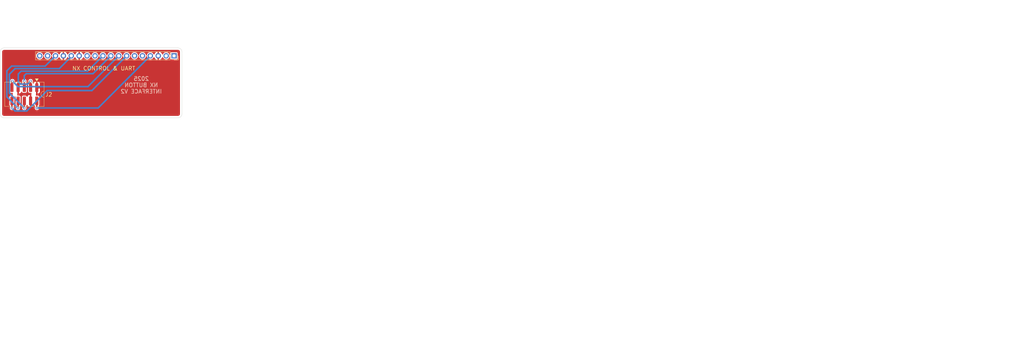
<source format=kicad_pcb>
(kicad_pcb (version 20241229) (generator "pcbnew") (generator_version "9.0")
  (title_block (title "NX BUTTON INTERFACE V2") (date "2025-09-20") (rev "1"))
  (layers (0 "F.Cu" signal) (2 "B.Cu" signal) (13 "F.Paste" user) (15 "B.Paste" user) (5 "F.SilkS" user "F.Silkscreen") (7 "B.SilkS" user "B.Silkscreen") (1 "F.Mask" user) (3 "B.Mask" user) (25 "Edge.Cuts" user))
  (net 0 "")
  (net 1 "/CAN_TX")
  (net 2 "/CAN_RX")
  (net 3 "/GND")
  (net 4 "/3V3")
  (net 7 "/NX_PC_LED-")
  (net 8 "/NX_PC_LED+")
  (net 9 "/UART2_RXD")
  (net 10 "/UART2_TXD")
  (net 13 "/~{SYS_RESET}")
  (net 14 "/~{REC}")
  (footprint "Connector_PinSocket_2.54mm:PinSocket_1x18_P2.54mm_Vertical" (layer "F.Cu") (at 129.921 92.964 -90)
    (property "Reference" "J1" (hide yes))
    (property "Value" "NX CONTROL & UART" (at 4.0386 22.5806 180) (layer "F.SilkS") (effects (font (size 1.27 1.27) (thickness 0.1524))))
    (fp_line (start -1.33 44.51) (end 1.33 44.51) (stroke (width 0.12)) (layer "F.SilkS"))
    (fp_line (start -1.33 1.27) (end -1.33 44.51) (stroke (width 0.12)) (layer "F.SilkS"))
    (fp_line (start -1.33 1.27) (end 1.33 1.27) (stroke (width 0.12)) (layer "F.SilkS"))
    (fp_line (start 1.33 1.27) (end 1.33 44.51) (stroke (width 0.12)) (layer "F.SilkS"))
    (fp_line (start 0 -1.33) (end 1.33 -1.33) (stroke (width 0.12)) (layer "F.SilkS"))
    (fp_line (start 1.33 -1.33) (end 1.33 0) (stroke (width 0.12)) (layer "F.SilkS"))
    (pad "1" thru_hole rect (at 0 0 270) (size 1.7 1.7) (drill 1) (layers "*.Cu" "*.Mask") (net 1 "/CAN_TX"))
    (pad "2" thru_hole oval (at 0 2.54 270) (size 1.7 1.7) (drill 1) (layers "*.Cu" "*.Mask") (net 2 "/CAN_RX"))
    (pad "3" thru_hole oval (at 0 5.08 270) (size 1.7 1.7) (drill 1) (layers "*.Cu" "*.Mask") (net 3 "/GND"))
    (pad "4" thru_hole oval (at 0 7.62 270) (size 1.7 1.7) (drill 1) (layers "*.Cu" "*.Mask") (net 4 "/3V3"))
    (pad "5" thru_hole oval (at 0 10.16 270) (size 1.7 1.7) (drill 1) (layers "*.Cu" "*.Mask"))
    (pad "6" thru_hole oval (at 0 12.7 270) (size 1.7 1.7) (drill 1) (layers "*.Cu" "*.Mask"))
    (pad "7" thru_hole oval (at 0 15.24 270) (size 1.7 1.7) (drill 1) (layers "*.Cu" "*.Mask") (net 7 "/NX_PC_LED-"))
    (pad "8" thru_hole oval (at 0 17.78 270) (size 1.7 1.7) (drill 1) (layers "*.Cu" "*.Mask") (net 8 "/NX_PC_LED+"))
    (pad "9" thru_hole oval (at 0 20.32 270) (size 1.7 1.7) (drill 1) (layers "*.Cu" "*.Mask") (net 9 "/UART2_RXD"))
    (pad "10" thru_hole oval (at 0 22.86 270) (size 1.7 1.7) (drill 1) (layers "*.Cu" "*.Mask") (net 10 "/UART2_TXD"))
    (pad "11" thru_hole oval (at 0 25.4 270) (size 1.7 1.7) (drill 1) (layers "*.Cu" "*.Mask"))
    (pad "12" thru_hole oval (at 0 27.94 270) (size 1.7 1.7) (drill 1) (layers "*.Cu" "*.Mask"))
    (pad "13" thru_hole oval (at 0 30.48 270) (size 1.7 1.7) (drill 1) (layers "*.Cu" "*.Mask") (net 3 "/GND"))
    (pad "14" thru_hole oval (at 0 33.02 270) (size 1.7 1.7) (drill 1) (layers "*.Cu" "*.Mask") (net 13 "/~{SYS_RESET}"))
    (pad "15" thru_hole oval (at 0 35.56 270) (size 1.7 1.7) (drill 1) (layers "*.Cu" "*.Mask") (net 3 "/GND"))
    (pad "16" thru_hole oval (at 0 38.1 270) (size 1.7 1.7) (drill 1) (layers "*.Cu" "*.Mask") (net 14 "/~{REC}"))
    (pad "17" thru_hole oval (at 0 40.64 270) (size 1.7 1.7) (drill 1) (layers "*.Cu" "*.Mask"))
    (pad "18" thru_hole oval (at 0 43.18 270) (size 1.7 1.7) (drill 1) (layers "*.Cu" "*.Mask"))
  )
  (footprint "NX-ButtonInterface:Molex-878321010" (layer "F.Cu") (at 81.8134 105.3084 180)
    (property "Reference" "J2" (at -7.8486 -0.1016 0) (layer "F.SilkS") (effects (font (size 1.27 1.27) (thickness 0.1524))))
    (property "Value" "NX BUTTON")
    (fp_line (start 6.325 -3.925) (end 6.325 3.9) (stroke (width 0.1)) (layer "F.SilkS"))
    (fp_line (start -6.325 3.9) (end 6.325 3.9) (stroke (width 0.1)) (layer "F.SilkS"))
    (fp_line (start -6.325 -3.925) (end 6.325 -3.925) (stroke (width 0.1)) (layer "F.SilkS"))
    (fp_line (start -6.325 -3.925) (end -6.325 3.9) (stroke (width 0.1)) (layer "F.SilkS"))
    (fp_arc (start -6.325 -1) (mid -5.338686 -0.060891) (end -6.228335 0.970257) (stroke (width 0.1)) (layer "F.SilkS"))
    (fp_poly (pts (xy -4 4.25) (xy -4.5 5) (xy -3.5 5)) (stroke (width 0.1)) (fill yes) (layer "F.SilkS"))
    (pad "" np_thru_hole circle (at -3 0 180) (size 1 1) (drill 1) (layers "*.Cu" "*.Mask"))
    (pad "" np_thru_hole circle (at 3 0 180) (size 1 1) (drill 1) (layers "*.Cu" "*.Mask"))
    (pad "1" smd roundrect (at -4 2.125 180) (size 1 2.75) (layers "F.Cu" "F.Mask" "F.Paste") (roundrect_rratio 0.15) (net 3 "/GND"))
    (pad "2" smd roundrect (at -4 -2.125 180) (size 1 2.75) (layers "F.Cu" "F.Mask" "F.Paste") (roundrect_rratio 0.15) (net 4 "/3V3"))
    (pad "3" smd roundrect (at -2 2.125 180) (size 1 2.75) (layers "F.Cu" "F.Mask" "F.Paste") (roundrect_rratio 0.15) (net 10 "/UART2_TXD"))
    (pad "4" smd roundrect (at -2 -2.125 180) (size 1 2.75) (layers "F.Cu" "F.Mask" "F.Paste") (roundrect_rratio 0.15) (net 3 "/GND"))
    (pad "5" smd roundrect (at 0 2.125 180) (size 1 2.75) (layers "F.Cu" "F.Mask" "F.Paste") (roundrect_rratio 0.15) (net 9 "/UART2_RXD"))
    (pad "6" smd roundrect (at 0 -2.125 180) (size 1 2.75) (layers "F.Cu" "F.Mask" "F.Paste") (roundrect_rratio 0.15) (net 13 "/~{SYS_RESET}"))
    (pad "7" smd roundrect (at 2 2.125 180) (size 1 2.75) (layers "F.Cu" "F.Mask" "F.Paste") (roundrect_rratio 0.15) (net 3 "/GND"))
    (pad "8" smd roundrect (at 2 -2.125 180) (size 1 2.75) (layers "F.Cu" "F.Mask" "F.Paste") (roundrect_rratio 0.15) (net 14 "/~{REC}"))
    (pad "9" smd roundrect (at 4 2.125 180) (size 1 2.75) (layers "F.Cu" "F.Mask" "F.Paste") (roundrect_rratio 0.15) (net 8 "/NX_PC_LED+"))
    (pad "10" smd roundrect (at 4 -2.125 180) (size 1 2.75) (layers "F.Cu" "F.Mask" "F.Paste") (roundrect_rratio 0.15) (net 7 "/NX_PC_LED-"))
  )
  (gr_line (start 132.461 91.694) (end 132.461 111.633) (stroke (width 0.1)) (layer "Edge.Cuts"))
  (gr_arc (start 75.311 112.903) (mid 74.412974 112.531026) (end 74.041 111.633) (stroke (width 0.1)) (layer "Edge.Cuts"))
  (gr_line (start 75.311 90.424) (end 131.191 90.424) (stroke (width 0.1)) (layer "Edge.Cuts"))
  (gr_arc (start 131.191 90.424) (mid 132.089026 90.795974) (end 132.461 91.694) (stroke (width 0.1)) (layer "Edge.Cuts"))
  (gr_arc (start 132.461 111.633) (mid 132.089026 112.531026) (end 131.191 112.903) (stroke (width 0.1)) (layer "Edge.Cuts"))
  (gr_arc (start 74.041 91.694) (mid 74.412974 90.795974) (end 75.311 90.424) (stroke (width 0.1)) (layer "Edge.Cuts"))
  (gr_line (start 74.041 111.633) (end 74.041 91.694) (stroke (width 0.1)) (layer "Edge.Cuts"))
  (gr_line (start 131.191 112.903) (end 75.311 112.903) (stroke (width 0.1)) (layer "Edge.Cuts"))
  (gr_text "\n2025\nNX BUTTON\nINTERFACE V2" (at 119.38 101.346 0) (layer "B.SilkS") (effects (font (size 1.27 1.27) (thickness 0.2286)) (justify mirror)))
  (segment (start 85.8134 107.4334) (end 85.8134 109.6894) (width 0.508) (layer "F.Cu") (net 4))
  (segment (start 85.8134 109.6894) (end 85.852 109.728) (width 0.508) (layer "F.Cu") (net 4))
  (via (at 85.852 109.728) (size 0.8) (drill 0.4) (layers "F.Cu" "B.Cu") (net 4))
  (segment (start 85.852 109.728) (end 105.537 109.728) (width 0.508) (layer "B.Cu") (net 4))
  (segment (start 105.537 109.728) (end 122.301 92.964) (width 0.508) (layer "B.Cu") (net 4))
  (segment (start 77.8134 107.4334) (end 77.8134 109.6904) (width 0.508) (layer "F.Cu") (net 7))
  (segment (start 77.8134 109.6904) (end 77.851 109.728) (width 0.508) (layer "F.Cu") (net 7))
  (via (at 77.851 109.728) (size 0.8) (drill 0.4) (layers "F.Cu" "B.Cu") (net 7))
  (segment (start 78.8108 110.6878) (end 82.6062 110.6878) (width 0.508) (layer "B.Cu") (net 7))
  (segment (start 77.851 109.728) (end 78.8108 110.6878) (width 0.508) (layer "B.Cu") (net 7))
  (segment (start 103.505 104.14) (end 114.681 92.964) (width 0.508) (layer "B.Cu") (net 7))
  (segment (start 89.154 104.14) (end 103.505 104.14) (width 0.508) (layer "B.Cu") (net 7))
  (segment (start 82.6062 110.6878) (end 89.154 104.14) (width 0.508) (layer "B.Cu") (net 7))
  (segment (start 77.8134 103.1834) (end 77.8134 101.2566) (width 0.508) (layer "F.Cu") (net 8))
  (segment (start 77.8134 101.2566) (end 77.978 101.092) (width 0.508) (layer "F.Cu") (net 8))
  (via (at 77.978 101.092) (size 0.8) (drill 0.4) (layers "F.Cu" "B.Cu") (net 8))
  (segment (start 77.978 101.092) (end 79.7516 102.8656) (width 0.508) (layer "B.Cu") (net 8))
  (segment (start 79.7516 102.8656) (end 102.2394 102.8656) (width 0.508) (layer "B.Cu") (net 8))
  (segment (start 102.2394 102.8656) (end 112.141 92.964) (width 0.508) (layer "B.Cu") (net 8))
  (segment (start 81.8134 101.1174) (end 81.788 101.092) (width 0.508) (layer "F.Cu") (net 9))
  (segment (start 81.8134 103.1834) (end 81.8134 101.1174) (width 0.508) (layer "F.Cu") (net 9))
  (via (at 81.788 101.092) (size 0.8) (drill 0.4) (layers "F.Cu" "B.Cu") (net 9))
  (segment (start 81.788 101.092) (end 81.788 99.321886) (width 0.508) (layer "B.Cu") (net 9))
  (segment (start 82.402486 98.7074) (end 103.8576 98.7074) (width 0.508) (layer "B.Cu") (net 9))
  (segment (start 103.8576 98.7074) (end 109.601 92.964) (width 0.508) (layer "B.Cu") (net 9))
  (segment (start 81.788 99.321886) (end 82.402486 98.7074) (width 0.508) (layer "B.Cu") (net 9))
  (segment (start 83.8134 101.0986) (end 83.82 101.092) (width 0.508) (layer "F.Cu") (net 10))
  (segment (start 83.8134 103.1834) (end 83.8134 101.0986) (width 0.508) (layer "F.Cu") (net 10))
  (via (at 83.82 101.092) (size 0.8) (drill 0.4) (layers "F.Cu" "B.Cu") (net 10))
  (segment (start 83.82 101.092) (end 82.8602 102.0518) (width 0.508) (layer "B.Cu") (net 10))
  (segment (start 82.8602 102.0518) (end 80.5888 102.0518) (width 0.508) (layer "B.Cu") (net 10))
  (segment (start 80.7954 97.8936) (end 102.1314 97.8936) (width 0.508) (layer "B.Cu") (net 10))
  (segment (start 79.883 101.346) (end 79.883 98.806) (width 0.508) (layer "B.Cu") (net 10))
  (segment (start 80.5888 102.0518) (end 79.883 101.346) (width 0.508) (layer "B.Cu") (net 10))
  (segment (start 102.1314 97.8936) (end 107.061 92.964) (width 0.508) (layer "B.Cu") (net 10))
  (segment (start 79.883 98.806) (end 80.7954 97.8936) (width 0.508) (layer "B.Cu") (net 10))
  (segment (start 81.8134 109.7026) (end 81.788 109.728) (width 0.508) (layer "F.Cu") (net 13))
  (segment (start 81.8134 107.4334) (end 81.8134 109.7026) (width 0.508) (layer "F.Cu") (net 13))
  (via (at 81.788 109.728) (size 0.8) (drill 0.4) (layers "F.Cu" "B.Cu") (net 13))
  (segment (start 78.823086 97.0798) (end 93.0392 97.0798) (width 0.508) (layer "B.Cu") (net 13))
  (segment (start 93.0392 97.0798) (end 96.901 93.218) (width 0.508) (layer "B.Cu") (net 13))
  (segment (start 77.0138 104.9538) (end 77.0138 98.889086) (width 0.508) (layer "B.Cu") (net 13))
  (segment (start 81.788 109.728) (end 77.0138 104.9538) (width 0.508) (layer "B.Cu") (net 13))
  (segment (start 77.0138 98.889086) (end 78.823086 97.0798) (width 0.508) (layer "B.Cu") (net 13))
  (segment (start 96.901 93.218) (end 96.901 92.964) (width 0.508) (layer "B.Cu") (net 13))
  (segment (start 79.8134 107.4334) (end 79.8134 109.6706) (width 0.508) (layer "F.Cu") (net 14))
  (segment (start 79.8134 109.6706) (end 79.756 109.728) (width 0.508) (layer "F.Cu") (net 14))
  (via (at 79.756 109.728) (size 0.8) (drill 0.4) (layers "F.Cu" "B.Cu") (net 14))
  (segment (start 79.756 109.728) (end 76.2 106.172) (width 0.508) (layer "B.Cu") (net 14))
  (segment (start 76.2 97.79) (end 77.724 96.266) (width 0.508) (layer "B.Cu") (net 14))
  (segment (start 76.2 106.172) (end 76.2 97.79) (width 0.508) (layer "B.Cu") (net 14))
  (segment (start 77.724 96.266) (end 88.519 96.266) (width 0.508) (layer "B.Cu") (net 14))
  (segment (start 88.519 96.266) (end 91.821 92.964) (width 0.508) (layer "B.Cu") (net 14))
  (zone (net 3) (net_name "/GND") (layer "F.Cu") (connect_pads (clearance 0.3048)) (min_thickness 0.25) (fill yes (thermal_gap 0.5) (thermal_bridge_width 0.5))
    (polygon (pts (xy 132.461 90.424) (xy 132.461 112.903) (xy 74.041 112.903) (xy 74.041 90.424)))
  )
)
</source>
